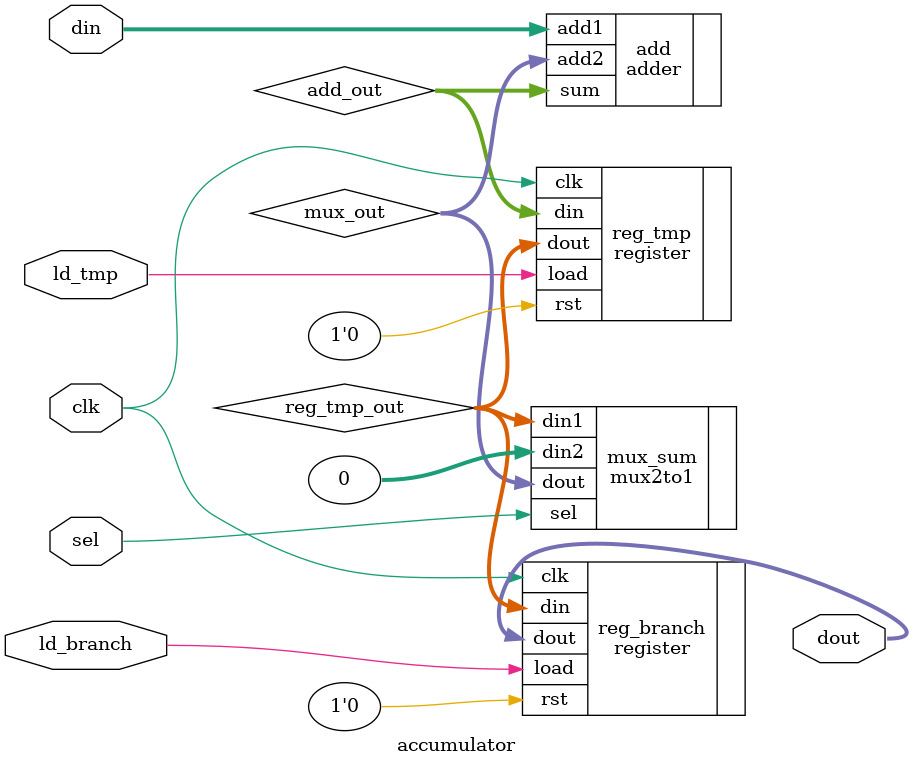
<source format=sv>
module accumulator #(
  parameter WIDTH = 32
) (
  input  logic             clk,
  input  logic             sel,
  input  logic             ld_tmp,
  input  logic             ld_branch,
  input  logic [WIDTH-1:0] din,
  output logic [WIDTH-1:0] dout
);

  //Signal definition
  //Adder signal
  logic [WIDTH-1:0] add_out;
  //Register signal
  logic [WIDTH-1:0] reg_tmp_out;
  //Multiplexer signal
  logic [WIDTH-1:0] mux_out;

  //Component instantiation
  //Adder
  adder #(
    .WIDTH(WIDTH)
  ) add (
    .add1(din),
    .add2(mux_out),
    .sum (add_out)
  );
  //Registers
  register #(
    .WIDTH(WIDTH)
  ) reg_tmp (
    .load(ld_tmp),
    .rst (1'b0),
    .clk (clk),
    .din (add_out),
    .dout(reg_tmp_out)
  );
  register #(
    .WIDTH(WIDTH)
  ) reg_branch (
    .load(ld_branch),
    .rst (1'b0),
    .clk (clk),
    .din (reg_tmp_out),
    .dout(dout)
  );
  //Multiplexer 2-to-1
  mux2to1 #(
    .WIDTH(WIDTH)
  ) mux_sum (
    .sel (sel),
    .din1(reg_tmp_out),
    .din2({WIDTH{1'b0}}),
    .dout(mux_out)
  );

endmodule

</source>
